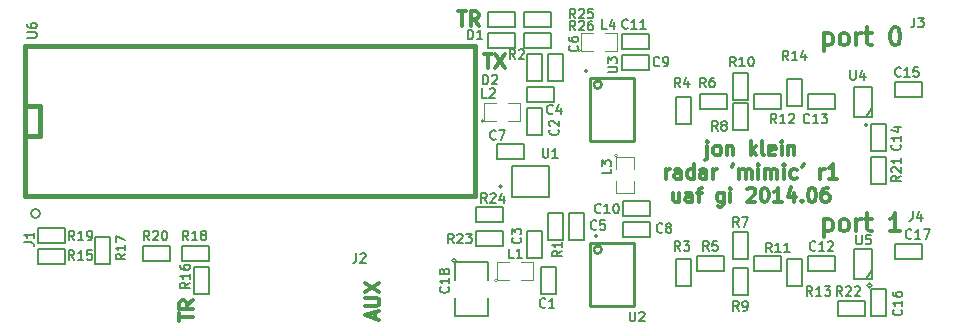
<source format=gto>
%FSLAX34Y34*%
G04 Gerber Fmt 3.4, Leading zero omitted, Abs format*
G04 (created by PCBNEW (2014-03-19 BZR 4756)-product) date Thu 19 Jun 2014 10:11:17 PM AKDT*
%MOIN*%
G01*
G70*
G90*
G04 APERTURE LIST*
%ADD10C,0.005906*%
%ADD11C,0.007874*%
%ADD12C,0.011811*%
%ADD13C,0.005000*%
%ADD14C,0.010000*%
%ADD15C,0.015000*%
%ADD16C,0.003900*%
G04 APERTURE END LIST*
G54D10*
G54D11*
X61600Y-31475D02*
G75*
G03X61600Y-31475I-50J0D01*
G74*
G01*
X46200Y-32375D02*
G75*
G03X46200Y-32375I-150J0D01*
G74*
G01*
X64450Y-27625D02*
G75*
G03X64450Y-27625I-50J0D01*
G74*
G01*
X64800Y-33125D02*
G75*
G03X64800Y-33125I-50J0D01*
G74*
G01*
X73920Y-34775D02*
G75*
G03X73920Y-34775I-70J0D01*
G74*
G01*
X73800Y-29425D02*
G75*
G03X73800Y-29425I-50J0D01*
G74*
G01*
G54D12*
X57378Y-35884D02*
X57378Y-35659D01*
X57513Y-35929D02*
X57041Y-35772D01*
X57513Y-35614D01*
X57041Y-35457D02*
X57423Y-35457D01*
X57468Y-35434D01*
X57491Y-35412D01*
X57513Y-35367D01*
X57513Y-35277D01*
X57491Y-35232D01*
X57468Y-35210D01*
X57423Y-35187D01*
X57041Y-35187D01*
X57041Y-35007D02*
X57513Y-34692D01*
X57041Y-34692D02*
X57513Y-35007D01*
X50841Y-35971D02*
X50841Y-35701D01*
X51313Y-35836D02*
X50841Y-35836D01*
X51313Y-35273D02*
X51088Y-35431D01*
X51313Y-35543D02*
X50841Y-35543D01*
X50841Y-35363D01*
X50863Y-35318D01*
X50886Y-35296D01*
X50931Y-35273D01*
X50998Y-35273D01*
X51043Y-35296D01*
X51066Y-35318D01*
X51088Y-35363D01*
X51088Y-35543D01*
X60128Y-25641D02*
X60398Y-25641D01*
X60263Y-26113D02*
X60263Y-25641D01*
X60826Y-26113D02*
X60668Y-25888D01*
X60556Y-26113D02*
X60556Y-25641D01*
X60736Y-25641D01*
X60781Y-25663D01*
X60803Y-25686D01*
X60826Y-25731D01*
X60826Y-25798D01*
X60803Y-25843D01*
X60781Y-25866D01*
X60736Y-25888D01*
X60556Y-25888D01*
X60990Y-27066D02*
X61260Y-27066D01*
X61125Y-27538D02*
X61125Y-27066D01*
X61372Y-27066D02*
X61687Y-27538D01*
X61687Y-27066D02*
X61372Y-27538D01*
X72348Y-32573D02*
X72348Y-33164D01*
X72348Y-32601D02*
X72404Y-32573D01*
X72517Y-32573D01*
X72573Y-32601D01*
X72601Y-32629D01*
X72629Y-32685D01*
X72629Y-32854D01*
X72601Y-32910D01*
X72573Y-32939D01*
X72517Y-32967D01*
X72404Y-32967D01*
X72348Y-32939D01*
X72967Y-32967D02*
X72911Y-32939D01*
X72882Y-32910D01*
X72854Y-32854D01*
X72854Y-32685D01*
X72882Y-32629D01*
X72911Y-32601D01*
X72967Y-32573D01*
X73051Y-32573D01*
X73107Y-32601D01*
X73135Y-32629D01*
X73164Y-32685D01*
X73164Y-32854D01*
X73135Y-32910D01*
X73107Y-32939D01*
X73051Y-32967D01*
X72967Y-32967D01*
X73417Y-32967D02*
X73417Y-32573D01*
X73417Y-32685D02*
X73445Y-32629D01*
X73473Y-32601D01*
X73529Y-32573D01*
X73585Y-32573D01*
X73698Y-32573D02*
X73923Y-32573D01*
X73782Y-32376D02*
X73782Y-32882D01*
X73810Y-32939D01*
X73867Y-32967D01*
X73923Y-32967D01*
X74879Y-32967D02*
X74542Y-32967D01*
X74710Y-32967D02*
X74710Y-32376D01*
X74654Y-32460D01*
X74598Y-32517D01*
X74542Y-32545D01*
X72348Y-26373D02*
X72348Y-26964D01*
X72348Y-26401D02*
X72404Y-26373D01*
X72517Y-26373D01*
X72573Y-26401D01*
X72601Y-26429D01*
X72629Y-26485D01*
X72629Y-26654D01*
X72601Y-26710D01*
X72573Y-26739D01*
X72517Y-26767D01*
X72404Y-26767D01*
X72348Y-26739D01*
X72967Y-26767D02*
X72911Y-26739D01*
X72882Y-26710D01*
X72854Y-26654D01*
X72854Y-26485D01*
X72882Y-26429D01*
X72911Y-26401D01*
X72967Y-26373D01*
X73051Y-26373D01*
X73107Y-26401D01*
X73135Y-26429D01*
X73164Y-26485D01*
X73164Y-26654D01*
X73135Y-26710D01*
X73107Y-26739D01*
X73051Y-26767D01*
X72967Y-26767D01*
X73417Y-26767D02*
X73417Y-26373D01*
X73417Y-26485D02*
X73445Y-26429D01*
X73473Y-26401D01*
X73529Y-26373D01*
X73585Y-26373D01*
X73698Y-26373D02*
X73923Y-26373D01*
X73782Y-26176D02*
X73782Y-26682D01*
X73810Y-26739D01*
X73867Y-26767D01*
X73923Y-26767D01*
X74682Y-26176D02*
X74738Y-26176D01*
X74795Y-26204D01*
X74823Y-26232D01*
X74851Y-26289D01*
X74879Y-26401D01*
X74879Y-26542D01*
X74851Y-26654D01*
X74823Y-26710D01*
X74795Y-26739D01*
X74738Y-26767D01*
X74682Y-26767D01*
X74626Y-26739D01*
X74598Y-26710D01*
X74570Y-26654D01*
X74542Y-26542D01*
X74542Y-26401D01*
X74570Y-26289D01*
X74598Y-26232D01*
X74626Y-26204D01*
X74682Y-26176D01*
X68448Y-30119D02*
X68448Y-30524D01*
X68426Y-30569D01*
X68381Y-30591D01*
X68358Y-30591D01*
X68448Y-29961D02*
X68426Y-29984D01*
X68448Y-30006D01*
X68471Y-29984D01*
X68448Y-29961D01*
X68448Y-30006D01*
X68741Y-30434D02*
X68696Y-30411D01*
X68673Y-30389D01*
X68651Y-30344D01*
X68651Y-30209D01*
X68673Y-30164D01*
X68696Y-30141D01*
X68741Y-30119D01*
X68808Y-30119D01*
X68853Y-30141D01*
X68876Y-30164D01*
X68898Y-30209D01*
X68898Y-30344D01*
X68876Y-30389D01*
X68853Y-30411D01*
X68808Y-30434D01*
X68741Y-30434D01*
X69101Y-30119D02*
X69101Y-30434D01*
X69101Y-30164D02*
X69123Y-30141D01*
X69168Y-30119D01*
X69236Y-30119D01*
X69281Y-30141D01*
X69303Y-30186D01*
X69303Y-30434D01*
X69888Y-30434D02*
X69888Y-29961D01*
X69933Y-30254D02*
X70068Y-30434D01*
X70068Y-30119D02*
X69888Y-30299D01*
X70338Y-30434D02*
X70293Y-30411D01*
X70271Y-30366D01*
X70271Y-29961D01*
X70698Y-30411D02*
X70653Y-30434D01*
X70563Y-30434D01*
X70518Y-30411D01*
X70496Y-30366D01*
X70496Y-30186D01*
X70518Y-30141D01*
X70563Y-30119D01*
X70653Y-30119D01*
X70698Y-30141D01*
X70721Y-30186D01*
X70721Y-30231D01*
X70496Y-30276D01*
X70923Y-30434D02*
X70923Y-30119D01*
X70923Y-29961D02*
X70901Y-29984D01*
X70923Y-30006D01*
X70946Y-29984D01*
X70923Y-29961D01*
X70923Y-30006D01*
X71148Y-30119D02*
X71148Y-30434D01*
X71148Y-30164D02*
X71171Y-30141D01*
X71216Y-30119D01*
X71283Y-30119D01*
X71328Y-30141D01*
X71351Y-30186D01*
X71351Y-30434D01*
X67065Y-31213D02*
X67065Y-30898D01*
X67065Y-30988D02*
X67087Y-30943D01*
X67110Y-30921D01*
X67155Y-30898D01*
X67200Y-30898D01*
X67560Y-31213D02*
X67560Y-30966D01*
X67537Y-30921D01*
X67492Y-30898D01*
X67402Y-30898D01*
X67357Y-30921D01*
X67560Y-31191D02*
X67515Y-31213D01*
X67402Y-31213D01*
X67357Y-31191D01*
X67335Y-31146D01*
X67335Y-31101D01*
X67357Y-31056D01*
X67402Y-31033D01*
X67515Y-31033D01*
X67560Y-31011D01*
X67987Y-31213D02*
X67987Y-30741D01*
X67987Y-31191D02*
X67942Y-31213D01*
X67852Y-31213D01*
X67807Y-31191D01*
X67785Y-31168D01*
X67762Y-31123D01*
X67762Y-30988D01*
X67785Y-30943D01*
X67807Y-30921D01*
X67852Y-30898D01*
X67942Y-30898D01*
X67987Y-30921D01*
X68415Y-31213D02*
X68415Y-30966D01*
X68392Y-30921D01*
X68347Y-30898D01*
X68257Y-30898D01*
X68212Y-30921D01*
X68415Y-31191D02*
X68370Y-31213D01*
X68257Y-31213D01*
X68212Y-31191D01*
X68190Y-31146D01*
X68190Y-31101D01*
X68212Y-31056D01*
X68257Y-31033D01*
X68370Y-31033D01*
X68415Y-31011D01*
X68640Y-31213D02*
X68640Y-30898D01*
X68640Y-30988D02*
X68662Y-30943D01*
X68685Y-30921D01*
X68730Y-30898D01*
X68775Y-30898D01*
X69315Y-30741D02*
X69270Y-30831D01*
X69517Y-31213D02*
X69517Y-30898D01*
X69517Y-30943D02*
X69540Y-30921D01*
X69585Y-30898D01*
X69652Y-30898D01*
X69697Y-30921D01*
X69720Y-30966D01*
X69720Y-31213D01*
X69720Y-30966D02*
X69742Y-30921D01*
X69787Y-30898D01*
X69855Y-30898D01*
X69900Y-30921D01*
X69922Y-30966D01*
X69922Y-31213D01*
X70147Y-31213D02*
X70147Y-30898D01*
X70147Y-30741D02*
X70124Y-30763D01*
X70147Y-30786D01*
X70169Y-30763D01*
X70147Y-30741D01*
X70147Y-30786D01*
X70372Y-31213D02*
X70372Y-30898D01*
X70372Y-30943D02*
X70394Y-30921D01*
X70439Y-30898D01*
X70507Y-30898D01*
X70552Y-30921D01*
X70574Y-30966D01*
X70574Y-31213D01*
X70574Y-30966D02*
X70597Y-30921D01*
X70642Y-30898D01*
X70709Y-30898D01*
X70754Y-30921D01*
X70777Y-30966D01*
X70777Y-31213D01*
X71002Y-31213D02*
X71002Y-30898D01*
X71002Y-30741D02*
X70979Y-30763D01*
X71002Y-30786D01*
X71024Y-30763D01*
X71002Y-30741D01*
X71002Y-30786D01*
X71429Y-31191D02*
X71384Y-31213D01*
X71294Y-31213D01*
X71249Y-31191D01*
X71227Y-31168D01*
X71204Y-31123D01*
X71204Y-30988D01*
X71227Y-30943D01*
X71249Y-30921D01*
X71294Y-30898D01*
X71384Y-30898D01*
X71429Y-30921D01*
X71654Y-30741D02*
X71609Y-30831D01*
X72217Y-31213D02*
X72217Y-30898D01*
X72217Y-30988D02*
X72239Y-30943D01*
X72262Y-30921D01*
X72307Y-30898D01*
X72352Y-30898D01*
X72757Y-31213D02*
X72487Y-31213D01*
X72622Y-31213D02*
X72622Y-30741D01*
X72577Y-30808D01*
X72532Y-30853D01*
X72487Y-30876D01*
X67504Y-31678D02*
X67504Y-31993D01*
X67301Y-31678D02*
X67301Y-31925D01*
X67324Y-31970D01*
X67369Y-31993D01*
X67436Y-31993D01*
X67481Y-31970D01*
X67504Y-31948D01*
X67931Y-31993D02*
X67931Y-31745D01*
X67908Y-31700D01*
X67864Y-31678D01*
X67774Y-31678D01*
X67729Y-31700D01*
X67931Y-31970D02*
X67886Y-31993D01*
X67774Y-31993D01*
X67729Y-31970D01*
X67706Y-31925D01*
X67706Y-31880D01*
X67729Y-31835D01*
X67774Y-31813D01*
X67886Y-31813D01*
X67931Y-31790D01*
X68088Y-31678D02*
X68268Y-31678D01*
X68156Y-31993D02*
X68156Y-31588D01*
X68178Y-31543D01*
X68223Y-31520D01*
X68268Y-31520D01*
X68988Y-31678D02*
X68988Y-32060D01*
X68966Y-32105D01*
X68943Y-32128D01*
X68898Y-32150D01*
X68831Y-32150D01*
X68786Y-32128D01*
X68988Y-31970D02*
X68943Y-31993D01*
X68853Y-31993D01*
X68808Y-31970D01*
X68786Y-31948D01*
X68763Y-31903D01*
X68763Y-31768D01*
X68786Y-31723D01*
X68808Y-31700D01*
X68853Y-31678D01*
X68943Y-31678D01*
X68988Y-31700D01*
X69213Y-31993D02*
X69213Y-31678D01*
X69213Y-31520D02*
X69191Y-31543D01*
X69213Y-31565D01*
X69236Y-31543D01*
X69213Y-31520D01*
X69213Y-31565D01*
X69776Y-31565D02*
X69798Y-31543D01*
X69843Y-31520D01*
X69956Y-31520D01*
X70001Y-31543D01*
X70023Y-31565D01*
X70046Y-31610D01*
X70046Y-31655D01*
X70023Y-31723D01*
X69753Y-31993D01*
X70046Y-31993D01*
X70338Y-31520D02*
X70383Y-31520D01*
X70428Y-31543D01*
X70451Y-31565D01*
X70473Y-31610D01*
X70496Y-31700D01*
X70496Y-31813D01*
X70473Y-31903D01*
X70451Y-31948D01*
X70428Y-31970D01*
X70383Y-31993D01*
X70338Y-31993D01*
X70293Y-31970D01*
X70271Y-31948D01*
X70248Y-31903D01*
X70226Y-31813D01*
X70226Y-31700D01*
X70248Y-31610D01*
X70271Y-31565D01*
X70293Y-31543D01*
X70338Y-31520D01*
X70946Y-31993D02*
X70676Y-31993D01*
X70811Y-31993D02*
X70811Y-31520D01*
X70766Y-31588D01*
X70721Y-31633D01*
X70676Y-31655D01*
X71351Y-31678D02*
X71351Y-31993D01*
X71238Y-31498D02*
X71126Y-31835D01*
X71418Y-31835D01*
X71598Y-31948D02*
X71621Y-31970D01*
X71598Y-31993D01*
X71576Y-31970D01*
X71598Y-31948D01*
X71598Y-31993D01*
X71913Y-31520D02*
X71958Y-31520D01*
X72003Y-31543D01*
X72025Y-31565D01*
X72048Y-31610D01*
X72070Y-31700D01*
X72070Y-31813D01*
X72048Y-31903D01*
X72025Y-31948D01*
X72003Y-31970D01*
X71958Y-31993D01*
X71913Y-31993D01*
X71868Y-31970D01*
X71846Y-31948D01*
X71823Y-31903D01*
X71801Y-31813D01*
X71801Y-31700D01*
X71823Y-31610D01*
X71846Y-31565D01*
X71868Y-31543D01*
X71913Y-31520D01*
X72475Y-31520D02*
X72385Y-31520D01*
X72340Y-31543D01*
X72318Y-31565D01*
X72273Y-31633D01*
X72250Y-31723D01*
X72250Y-31903D01*
X72273Y-31948D01*
X72295Y-31970D01*
X72340Y-31993D01*
X72430Y-31993D01*
X72475Y-31970D01*
X72498Y-31948D01*
X72520Y-31903D01*
X72520Y-31790D01*
X72498Y-31745D01*
X72475Y-31723D01*
X72430Y-31700D01*
X72340Y-31700D01*
X72295Y-31723D01*
X72273Y-31745D01*
X72250Y-31790D01*
G54D10*
X61920Y-30788D02*
X63179Y-30788D01*
X63179Y-30788D02*
X63179Y-31811D01*
X63179Y-31811D02*
X61920Y-31811D01*
X61920Y-31811D02*
X61920Y-30788D01*
G54D13*
X63400Y-34150D02*
X63400Y-35050D01*
X63400Y-35050D02*
X62900Y-35050D01*
X62900Y-35050D02*
X62900Y-34150D01*
X62900Y-34150D02*
X63400Y-34150D01*
X62950Y-28850D02*
X62950Y-29750D01*
X62950Y-29750D02*
X62450Y-29750D01*
X62450Y-29750D02*
X62450Y-28850D01*
X62450Y-28850D02*
X62950Y-28850D01*
X62450Y-33850D02*
X62450Y-32950D01*
X62450Y-32950D02*
X62950Y-32950D01*
X62950Y-32950D02*
X62950Y-33850D01*
X62950Y-33850D02*
X62450Y-33850D01*
X63350Y-28650D02*
X62450Y-28650D01*
X62450Y-28650D02*
X62450Y-28150D01*
X62450Y-28150D02*
X63350Y-28150D01*
X63350Y-28150D02*
X63350Y-28650D01*
X63850Y-33250D02*
X63850Y-32350D01*
X63850Y-32350D02*
X64350Y-32350D01*
X64350Y-32350D02*
X64350Y-33250D01*
X64350Y-33250D02*
X63850Y-33250D01*
X63150Y-27950D02*
X63150Y-27050D01*
X63150Y-27050D02*
X63650Y-27050D01*
X63650Y-27050D02*
X63650Y-27950D01*
X63650Y-27950D02*
X63150Y-27950D01*
X61450Y-30050D02*
X62350Y-30050D01*
X62350Y-30050D02*
X62350Y-30550D01*
X62350Y-30550D02*
X61450Y-30550D01*
X61450Y-30550D02*
X61450Y-30050D01*
X65650Y-32650D02*
X66550Y-32650D01*
X66550Y-32650D02*
X66550Y-33150D01*
X66550Y-33150D02*
X65650Y-33150D01*
X65650Y-33150D02*
X65650Y-32650D01*
X65600Y-27100D02*
X66500Y-27100D01*
X66500Y-27100D02*
X66500Y-27600D01*
X66500Y-27600D02*
X65600Y-27600D01*
X65600Y-27600D02*
X65600Y-27100D01*
X65650Y-31950D02*
X66550Y-31950D01*
X66550Y-31950D02*
X66550Y-32450D01*
X66550Y-32450D02*
X65650Y-32450D01*
X65650Y-32450D02*
X65650Y-31950D01*
X65600Y-26400D02*
X66500Y-26400D01*
X66500Y-26400D02*
X66500Y-26900D01*
X66500Y-26900D02*
X65600Y-26900D01*
X65600Y-26900D02*
X65600Y-26400D01*
X72700Y-34300D02*
X71800Y-34300D01*
X71800Y-34300D02*
X71800Y-33800D01*
X71800Y-33800D02*
X72700Y-33800D01*
X72700Y-33800D02*
X72700Y-34300D01*
X72700Y-28900D02*
X71800Y-28900D01*
X71800Y-28900D02*
X71800Y-28400D01*
X71800Y-28400D02*
X72700Y-28400D01*
X72700Y-28400D02*
X72700Y-28900D01*
X74400Y-29400D02*
X74400Y-30300D01*
X74400Y-30300D02*
X73900Y-30300D01*
X73900Y-30300D02*
X73900Y-29400D01*
X73900Y-29400D02*
X74400Y-29400D01*
X75600Y-28500D02*
X74700Y-28500D01*
X74700Y-28500D02*
X74700Y-28000D01*
X74700Y-28000D02*
X75600Y-28000D01*
X75600Y-28000D02*
X75600Y-28500D01*
X74400Y-34900D02*
X74400Y-35800D01*
X74400Y-35800D02*
X73900Y-35800D01*
X73900Y-35800D02*
X73900Y-34900D01*
X73900Y-34900D02*
X74400Y-34900D01*
X75600Y-33900D02*
X74700Y-33900D01*
X74700Y-33900D02*
X74700Y-33400D01*
X74700Y-33400D02*
X75600Y-33400D01*
X75600Y-33400D02*
X75600Y-33900D01*
X60070Y-33950D02*
G75*
G03X60070Y-33950I-70J0D01*
G74*
G01*
X61150Y-34600D02*
X61150Y-34000D01*
X61150Y-34000D02*
X60050Y-34000D01*
X60050Y-34000D02*
X60050Y-34600D01*
X60050Y-35200D02*
X60050Y-35800D01*
X60050Y-35800D02*
X61150Y-35800D01*
X61150Y-35800D02*
X61150Y-35200D01*
X61150Y-25650D02*
X62050Y-25650D01*
X62050Y-25650D02*
X62050Y-26150D01*
X62050Y-26150D02*
X61150Y-26150D01*
X61150Y-26150D02*
X61150Y-25650D01*
X61150Y-26350D02*
X62050Y-26350D01*
X62050Y-26350D02*
X62050Y-26850D01*
X62050Y-26850D02*
X61150Y-26850D01*
X61150Y-26850D02*
X61150Y-26350D01*
X63150Y-33250D02*
X63150Y-32350D01*
X63150Y-32350D02*
X63650Y-32350D01*
X63650Y-32350D02*
X63650Y-33250D01*
X63650Y-33250D02*
X63150Y-33250D01*
X62450Y-27950D02*
X62450Y-27050D01*
X62450Y-27050D02*
X62950Y-27050D01*
X62950Y-27050D02*
X62950Y-27950D01*
X62950Y-27950D02*
X62450Y-27950D01*
X67900Y-33900D02*
X67900Y-34800D01*
X67900Y-34800D02*
X67400Y-34800D01*
X67400Y-34800D02*
X67400Y-33900D01*
X67400Y-33900D02*
X67900Y-33900D01*
X67900Y-28500D02*
X67900Y-29400D01*
X67900Y-29400D02*
X67400Y-29400D01*
X67400Y-29400D02*
X67400Y-28500D01*
X67400Y-28500D02*
X67900Y-28500D01*
X69000Y-34300D02*
X68100Y-34300D01*
X68100Y-34300D02*
X68100Y-33800D01*
X68100Y-33800D02*
X69000Y-33800D01*
X69000Y-33800D02*
X69000Y-34300D01*
X69100Y-28900D02*
X68200Y-28900D01*
X68200Y-28900D02*
X68200Y-28400D01*
X68200Y-28400D02*
X69100Y-28400D01*
X69100Y-28400D02*
X69100Y-28900D01*
X69300Y-33900D02*
X69300Y-33000D01*
X69300Y-33000D02*
X69800Y-33000D01*
X69800Y-33000D02*
X69800Y-33900D01*
X69800Y-33900D02*
X69300Y-33900D01*
X69800Y-28700D02*
X69800Y-29600D01*
X69800Y-29600D02*
X69300Y-29600D01*
X69300Y-29600D02*
X69300Y-28700D01*
X69300Y-28700D02*
X69800Y-28700D01*
X69300Y-35100D02*
X69300Y-34200D01*
X69300Y-34200D02*
X69800Y-34200D01*
X69800Y-34200D02*
X69800Y-35100D01*
X69800Y-35100D02*
X69300Y-35100D01*
X69800Y-27700D02*
X69800Y-28600D01*
X69800Y-28600D02*
X69300Y-28600D01*
X69300Y-28600D02*
X69300Y-27700D01*
X69300Y-27700D02*
X69800Y-27700D01*
X70900Y-34300D02*
X70000Y-34300D01*
X70000Y-34300D02*
X70000Y-33800D01*
X70000Y-33800D02*
X70900Y-33800D01*
X70900Y-33800D02*
X70900Y-34300D01*
X70900Y-28900D02*
X70000Y-28900D01*
X70000Y-28900D02*
X70000Y-28400D01*
X70000Y-28400D02*
X70900Y-28400D01*
X70900Y-28400D02*
X70900Y-28900D01*
X71100Y-34800D02*
X71100Y-33900D01*
X71100Y-33900D02*
X71600Y-33900D01*
X71600Y-33900D02*
X71600Y-34800D01*
X71600Y-34800D02*
X71100Y-34800D01*
X71600Y-27900D02*
X71600Y-28800D01*
X71600Y-28800D02*
X71100Y-28800D01*
X71100Y-28800D02*
X71100Y-27900D01*
X71100Y-27900D02*
X71600Y-27900D01*
X46150Y-33550D02*
X47050Y-33550D01*
X47050Y-33550D02*
X47050Y-34050D01*
X47050Y-34050D02*
X46150Y-34050D01*
X46150Y-34050D02*
X46150Y-33550D01*
X51350Y-35050D02*
X51350Y-34150D01*
X51350Y-34150D02*
X51850Y-34150D01*
X51850Y-34150D02*
X51850Y-35050D01*
X51850Y-35050D02*
X51350Y-35050D01*
X48550Y-33150D02*
X48550Y-34050D01*
X48550Y-34050D02*
X48050Y-34050D01*
X48050Y-34050D02*
X48050Y-33150D01*
X48050Y-33150D02*
X48550Y-33150D01*
X50950Y-33450D02*
X51850Y-33450D01*
X51850Y-33450D02*
X51850Y-33950D01*
X51850Y-33950D02*
X50950Y-33950D01*
X50950Y-33950D02*
X50950Y-33450D01*
X46150Y-32850D02*
X47050Y-32850D01*
X47050Y-32850D02*
X47050Y-33350D01*
X47050Y-33350D02*
X46150Y-33350D01*
X46150Y-33350D02*
X46150Y-32850D01*
X49650Y-33450D02*
X50550Y-33450D01*
X50550Y-33450D02*
X50550Y-33950D01*
X50550Y-33950D02*
X49650Y-33950D01*
X49650Y-33950D02*
X49650Y-33450D01*
X74400Y-30500D02*
X74400Y-31400D01*
X74400Y-31400D02*
X73900Y-31400D01*
X73900Y-31400D02*
X73900Y-30500D01*
X73900Y-30500D02*
X74400Y-30500D01*
X73700Y-35800D02*
X72800Y-35800D01*
X72800Y-35800D02*
X72800Y-35300D01*
X72800Y-35300D02*
X73700Y-35300D01*
X73700Y-35300D02*
X73700Y-35800D01*
X60750Y-32950D02*
X61650Y-32950D01*
X61650Y-32950D02*
X61650Y-33450D01*
X61650Y-33450D02*
X60750Y-33450D01*
X60750Y-33450D02*
X60750Y-32950D01*
X60750Y-32150D02*
X61650Y-32150D01*
X61650Y-32150D02*
X61650Y-32650D01*
X61650Y-32650D02*
X60750Y-32650D01*
X60750Y-32650D02*
X60750Y-32150D01*
X63250Y-26150D02*
X62350Y-26150D01*
X62350Y-26150D02*
X62350Y-25650D01*
X62350Y-25650D02*
X63250Y-25650D01*
X63250Y-25650D02*
X63250Y-26150D01*
X63250Y-26850D02*
X62350Y-26850D01*
X62350Y-26850D02*
X62350Y-26350D01*
X62350Y-26350D02*
X63250Y-26350D01*
X63250Y-26350D02*
X63250Y-26850D01*
G54D14*
X66000Y-33350D02*
X66000Y-35450D01*
X66000Y-35450D02*
X64550Y-35450D01*
X64550Y-35450D02*
X64550Y-33350D01*
X64550Y-33350D02*
X66000Y-33350D01*
X64922Y-33583D02*
G75*
G03X64922Y-33583I-128J0D01*
G74*
G01*
X66000Y-27850D02*
X66000Y-29950D01*
X66000Y-29950D02*
X64550Y-29950D01*
X64550Y-29950D02*
X64550Y-27850D01*
X64550Y-27850D02*
X66000Y-27850D01*
X64922Y-28083D02*
G75*
G03X64922Y-28083I-128J0D01*
G74*
G01*
G54D13*
X73950Y-28850D02*
X73750Y-29150D01*
X73950Y-28150D02*
X73950Y-29175D01*
X73950Y-29175D02*
X73350Y-29175D01*
X73350Y-29175D02*
X73350Y-28150D01*
X73350Y-28150D02*
X73950Y-28150D01*
X73950Y-34250D02*
X73750Y-34550D01*
X73950Y-33550D02*
X73950Y-34575D01*
X73950Y-34575D02*
X73350Y-34575D01*
X73350Y-34575D02*
X73350Y-33550D01*
X73350Y-33550D02*
X73950Y-33550D01*
G54D15*
X45700Y-28800D02*
X45700Y-28800D01*
X45700Y-28800D02*
X46200Y-28800D01*
X46200Y-28800D02*
X46200Y-29800D01*
X46200Y-29800D02*
X45700Y-29800D01*
X45700Y-26800D02*
X60700Y-26800D01*
X60700Y-26800D02*
X60700Y-31800D01*
X60700Y-31800D02*
X45700Y-31800D01*
X45700Y-31800D02*
X45700Y-26800D01*
G54D16*
X61450Y-34600D02*
G75*
G03X61450Y-34600I-50J0D01*
G74*
G01*
X61850Y-34600D02*
X61450Y-34600D01*
X61450Y-34600D02*
X61450Y-34000D01*
X61450Y-34000D02*
X61850Y-34000D01*
X62250Y-34000D02*
X62650Y-34000D01*
X62650Y-34000D02*
X62650Y-34600D01*
X62650Y-34600D02*
X62250Y-34600D01*
X61000Y-29300D02*
G75*
G03X61000Y-29300I-50J0D01*
G74*
G01*
X61400Y-29300D02*
X61000Y-29300D01*
X61000Y-29300D02*
X61000Y-28700D01*
X61000Y-28700D02*
X61400Y-28700D01*
X61800Y-28700D02*
X62200Y-28700D01*
X62200Y-28700D02*
X62200Y-29300D01*
X62200Y-29300D02*
X61800Y-29300D01*
X65450Y-30450D02*
G75*
G03X65450Y-30450I-50J0D01*
G74*
G01*
X65400Y-30900D02*
X65400Y-30500D01*
X65400Y-30500D02*
X66000Y-30500D01*
X66000Y-30500D02*
X66000Y-30900D01*
X66000Y-31300D02*
X66000Y-31700D01*
X66000Y-31700D02*
X65400Y-31700D01*
X65400Y-31700D02*
X65400Y-31300D01*
X64225Y-26950D02*
G75*
G03X64225Y-26950I-50J0D01*
G74*
G01*
X64625Y-26950D02*
X64225Y-26950D01*
X64225Y-26950D02*
X64225Y-26350D01*
X64225Y-26350D02*
X64625Y-26350D01*
X65025Y-26350D02*
X65425Y-26350D01*
X65425Y-26350D02*
X65425Y-26950D01*
X65425Y-26950D02*
X65025Y-26950D01*
G54D10*
X62960Y-30202D02*
X62960Y-30457D01*
X62975Y-30487D01*
X62990Y-30502D01*
X63020Y-30517D01*
X63080Y-30517D01*
X63110Y-30502D01*
X63125Y-30487D01*
X63140Y-30457D01*
X63140Y-30202D01*
X63454Y-30517D02*
X63274Y-30517D01*
X63364Y-30517D02*
X63364Y-30202D01*
X63334Y-30247D01*
X63304Y-30277D01*
X63274Y-30292D01*
X63047Y-35487D02*
X63032Y-35502D01*
X62987Y-35517D01*
X62957Y-35517D01*
X62912Y-35502D01*
X62882Y-35472D01*
X62867Y-35442D01*
X62852Y-35382D01*
X62852Y-35337D01*
X62867Y-35277D01*
X62882Y-35247D01*
X62912Y-35217D01*
X62957Y-35202D01*
X62987Y-35202D01*
X63032Y-35217D01*
X63047Y-35232D01*
X63347Y-35517D02*
X63167Y-35517D01*
X63257Y-35517D02*
X63257Y-35202D01*
X63227Y-35247D01*
X63197Y-35277D01*
X63167Y-35292D01*
X63462Y-29577D02*
X63477Y-29592D01*
X63492Y-29637D01*
X63492Y-29667D01*
X63477Y-29712D01*
X63447Y-29742D01*
X63417Y-29757D01*
X63357Y-29772D01*
X63312Y-29772D01*
X63252Y-29757D01*
X63222Y-29742D01*
X63192Y-29712D01*
X63177Y-29667D01*
X63177Y-29637D01*
X63192Y-29592D01*
X63207Y-29577D01*
X63207Y-29457D02*
X63192Y-29442D01*
X63177Y-29412D01*
X63177Y-29337D01*
X63192Y-29307D01*
X63207Y-29292D01*
X63237Y-29277D01*
X63267Y-29277D01*
X63312Y-29292D01*
X63492Y-29472D01*
X63492Y-29277D01*
X62212Y-33177D02*
X62227Y-33192D01*
X62242Y-33237D01*
X62242Y-33267D01*
X62227Y-33312D01*
X62197Y-33342D01*
X62167Y-33357D01*
X62107Y-33372D01*
X62062Y-33372D01*
X62002Y-33357D01*
X61972Y-33342D01*
X61942Y-33312D01*
X61927Y-33267D01*
X61927Y-33237D01*
X61942Y-33192D01*
X61957Y-33177D01*
X61927Y-33072D02*
X61927Y-32877D01*
X62047Y-32982D01*
X62047Y-32937D01*
X62062Y-32907D01*
X62077Y-32892D01*
X62107Y-32877D01*
X62182Y-32877D01*
X62212Y-32892D01*
X62227Y-32907D01*
X62242Y-32937D01*
X62242Y-33027D01*
X62227Y-33057D01*
X62212Y-33072D01*
X63297Y-29037D02*
X63282Y-29052D01*
X63237Y-29067D01*
X63207Y-29067D01*
X63162Y-29052D01*
X63132Y-29022D01*
X63117Y-28992D01*
X63102Y-28932D01*
X63102Y-28887D01*
X63117Y-28827D01*
X63132Y-28797D01*
X63162Y-28767D01*
X63207Y-28752D01*
X63237Y-28752D01*
X63282Y-28767D01*
X63297Y-28782D01*
X63567Y-28857D02*
X63567Y-29067D01*
X63492Y-28737D02*
X63417Y-28962D01*
X63612Y-28962D01*
X64747Y-32887D02*
X64732Y-32902D01*
X64687Y-32917D01*
X64657Y-32917D01*
X64612Y-32902D01*
X64582Y-32872D01*
X64567Y-32842D01*
X64552Y-32782D01*
X64552Y-32737D01*
X64567Y-32677D01*
X64582Y-32647D01*
X64612Y-32617D01*
X64657Y-32602D01*
X64687Y-32602D01*
X64732Y-32617D01*
X64747Y-32632D01*
X65032Y-32602D02*
X64882Y-32602D01*
X64867Y-32752D01*
X64882Y-32737D01*
X64912Y-32722D01*
X64987Y-32722D01*
X65017Y-32737D01*
X65032Y-32752D01*
X65047Y-32782D01*
X65047Y-32857D01*
X65032Y-32887D01*
X65017Y-32902D01*
X64987Y-32917D01*
X64912Y-32917D01*
X64882Y-32902D01*
X64867Y-32887D01*
X64112Y-26777D02*
X64127Y-26792D01*
X64142Y-26837D01*
X64142Y-26867D01*
X64127Y-26912D01*
X64097Y-26942D01*
X64067Y-26957D01*
X64007Y-26972D01*
X63962Y-26972D01*
X63902Y-26957D01*
X63872Y-26942D01*
X63842Y-26912D01*
X63827Y-26867D01*
X63827Y-26837D01*
X63842Y-26792D01*
X63857Y-26777D01*
X63827Y-26507D02*
X63827Y-26567D01*
X63842Y-26597D01*
X63857Y-26612D01*
X63902Y-26642D01*
X63962Y-26657D01*
X64082Y-26657D01*
X64112Y-26642D01*
X64127Y-26627D01*
X64142Y-26597D01*
X64142Y-26537D01*
X64127Y-26507D01*
X64112Y-26492D01*
X64082Y-26477D01*
X64007Y-26477D01*
X63977Y-26492D01*
X63962Y-26507D01*
X63947Y-26537D01*
X63947Y-26597D01*
X63962Y-26627D01*
X63977Y-26642D01*
X64007Y-26657D01*
X61397Y-29887D02*
X61382Y-29902D01*
X61337Y-29917D01*
X61307Y-29917D01*
X61262Y-29902D01*
X61232Y-29872D01*
X61217Y-29842D01*
X61202Y-29782D01*
X61202Y-29737D01*
X61217Y-29677D01*
X61232Y-29647D01*
X61262Y-29617D01*
X61307Y-29602D01*
X61337Y-29602D01*
X61382Y-29617D01*
X61397Y-29632D01*
X61502Y-29602D02*
X61712Y-29602D01*
X61577Y-29917D01*
X66947Y-32987D02*
X66932Y-33002D01*
X66887Y-33017D01*
X66857Y-33017D01*
X66812Y-33002D01*
X66782Y-32972D01*
X66767Y-32942D01*
X66752Y-32882D01*
X66752Y-32837D01*
X66767Y-32777D01*
X66782Y-32747D01*
X66812Y-32717D01*
X66857Y-32702D01*
X66887Y-32702D01*
X66932Y-32717D01*
X66947Y-32732D01*
X67127Y-32837D02*
X67097Y-32822D01*
X67082Y-32807D01*
X67067Y-32777D01*
X67067Y-32762D01*
X67082Y-32732D01*
X67097Y-32717D01*
X67127Y-32702D01*
X67187Y-32702D01*
X67217Y-32717D01*
X67232Y-32732D01*
X67247Y-32762D01*
X67247Y-32777D01*
X67232Y-32807D01*
X67217Y-32822D01*
X67187Y-32837D01*
X67127Y-32837D01*
X67097Y-32852D01*
X67082Y-32867D01*
X67067Y-32897D01*
X67067Y-32957D01*
X67082Y-32987D01*
X67097Y-33002D01*
X67127Y-33017D01*
X67187Y-33017D01*
X67217Y-33002D01*
X67232Y-32987D01*
X67247Y-32957D01*
X67247Y-32897D01*
X67232Y-32867D01*
X67217Y-32852D01*
X67187Y-32837D01*
X66847Y-27437D02*
X66832Y-27452D01*
X66787Y-27467D01*
X66757Y-27467D01*
X66712Y-27452D01*
X66682Y-27422D01*
X66667Y-27392D01*
X66652Y-27332D01*
X66652Y-27287D01*
X66667Y-27227D01*
X66682Y-27197D01*
X66712Y-27167D01*
X66757Y-27152D01*
X66787Y-27152D01*
X66832Y-27167D01*
X66847Y-27182D01*
X66997Y-27467D02*
X67057Y-27467D01*
X67087Y-27452D01*
X67102Y-27437D01*
X67132Y-27392D01*
X67147Y-27332D01*
X67147Y-27212D01*
X67132Y-27182D01*
X67117Y-27167D01*
X67087Y-27152D01*
X67027Y-27152D01*
X66997Y-27167D01*
X66982Y-27182D01*
X66967Y-27212D01*
X66967Y-27287D01*
X66982Y-27317D01*
X66997Y-27332D01*
X67027Y-27347D01*
X67087Y-27347D01*
X67117Y-27332D01*
X67132Y-27317D01*
X67147Y-27287D01*
X64897Y-32337D02*
X64882Y-32352D01*
X64837Y-32367D01*
X64807Y-32367D01*
X64762Y-32352D01*
X64732Y-32322D01*
X64717Y-32292D01*
X64702Y-32232D01*
X64702Y-32187D01*
X64717Y-32127D01*
X64732Y-32097D01*
X64762Y-32067D01*
X64807Y-32052D01*
X64837Y-32052D01*
X64882Y-32067D01*
X64897Y-32082D01*
X65197Y-32367D02*
X65017Y-32367D01*
X65107Y-32367D02*
X65107Y-32052D01*
X65077Y-32097D01*
X65047Y-32127D01*
X65017Y-32142D01*
X65392Y-32052D02*
X65422Y-32052D01*
X65452Y-32067D01*
X65467Y-32082D01*
X65482Y-32112D01*
X65497Y-32172D01*
X65497Y-32247D01*
X65482Y-32307D01*
X65467Y-32337D01*
X65452Y-32352D01*
X65422Y-32367D01*
X65392Y-32367D01*
X65362Y-32352D01*
X65347Y-32337D01*
X65332Y-32307D01*
X65317Y-32247D01*
X65317Y-32172D01*
X65332Y-32112D01*
X65347Y-32082D01*
X65362Y-32067D01*
X65392Y-32052D01*
X65797Y-26187D02*
X65782Y-26202D01*
X65737Y-26217D01*
X65707Y-26217D01*
X65662Y-26202D01*
X65632Y-26172D01*
X65617Y-26142D01*
X65602Y-26082D01*
X65602Y-26037D01*
X65617Y-25977D01*
X65632Y-25947D01*
X65662Y-25917D01*
X65707Y-25902D01*
X65737Y-25902D01*
X65782Y-25917D01*
X65797Y-25932D01*
X66097Y-26217D02*
X65917Y-26217D01*
X66007Y-26217D02*
X66007Y-25902D01*
X65977Y-25947D01*
X65947Y-25977D01*
X65917Y-25992D01*
X66397Y-26217D02*
X66217Y-26217D01*
X66307Y-26217D02*
X66307Y-25902D01*
X66277Y-25947D01*
X66247Y-25977D01*
X66217Y-25992D01*
X72047Y-33587D02*
X72032Y-33602D01*
X71987Y-33617D01*
X71957Y-33617D01*
X71912Y-33602D01*
X71882Y-33572D01*
X71867Y-33542D01*
X71852Y-33482D01*
X71852Y-33437D01*
X71867Y-33377D01*
X71882Y-33347D01*
X71912Y-33317D01*
X71957Y-33302D01*
X71987Y-33302D01*
X72032Y-33317D01*
X72047Y-33332D01*
X72347Y-33617D02*
X72167Y-33617D01*
X72257Y-33617D02*
X72257Y-33302D01*
X72227Y-33347D01*
X72197Y-33377D01*
X72167Y-33392D01*
X72467Y-33332D02*
X72482Y-33317D01*
X72512Y-33302D01*
X72587Y-33302D01*
X72617Y-33317D01*
X72632Y-33332D01*
X72647Y-33362D01*
X72647Y-33392D01*
X72632Y-33437D01*
X72452Y-33617D01*
X72647Y-33617D01*
X71847Y-29337D02*
X71832Y-29352D01*
X71787Y-29367D01*
X71757Y-29367D01*
X71712Y-29352D01*
X71682Y-29322D01*
X71667Y-29292D01*
X71652Y-29232D01*
X71652Y-29187D01*
X71667Y-29127D01*
X71682Y-29097D01*
X71712Y-29067D01*
X71757Y-29052D01*
X71787Y-29052D01*
X71832Y-29067D01*
X71847Y-29082D01*
X72147Y-29367D02*
X71967Y-29367D01*
X72057Y-29367D02*
X72057Y-29052D01*
X72027Y-29097D01*
X71997Y-29127D01*
X71967Y-29142D01*
X72252Y-29052D02*
X72447Y-29052D01*
X72342Y-29172D01*
X72387Y-29172D01*
X72417Y-29187D01*
X72432Y-29202D01*
X72447Y-29232D01*
X72447Y-29307D01*
X72432Y-29337D01*
X72417Y-29352D01*
X72387Y-29367D01*
X72297Y-29367D01*
X72267Y-29352D01*
X72252Y-29337D01*
X74862Y-30077D02*
X74877Y-30092D01*
X74892Y-30137D01*
X74892Y-30167D01*
X74877Y-30212D01*
X74847Y-30242D01*
X74817Y-30257D01*
X74757Y-30272D01*
X74712Y-30272D01*
X74652Y-30257D01*
X74622Y-30242D01*
X74592Y-30212D01*
X74577Y-30167D01*
X74577Y-30137D01*
X74592Y-30092D01*
X74607Y-30077D01*
X74892Y-29777D02*
X74892Y-29957D01*
X74892Y-29867D02*
X74577Y-29867D01*
X74622Y-29897D01*
X74652Y-29927D01*
X74667Y-29957D01*
X74682Y-29507D02*
X74892Y-29507D01*
X74562Y-29582D02*
X74787Y-29657D01*
X74787Y-29462D01*
X74897Y-27787D02*
X74882Y-27802D01*
X74837Y-27817D01*
X74807Y-27817D01*
X74762Y-27802D01*
X74732Y-27772D01*
X74717Y-27742D01*
X74702Y-27682D01*
X74702Y-27637D01*
X74717Y-27577D01*
X74732Y-27547D01*
X74762Y-27517D01*
X74807Y-27502D01*
X74837Y-27502D01*
X74882Y-27517D01*
X74897Y-27532D01*
X75197Y-27817D02*
X75017Y-27817D01*
X75107Y-27817D02*
X75107Y-27502D01*
X75077Y-27547D01*
X75047Y-27577D01*
X75017Y-27592D01*
X75482Y-27502D02*
X75332Y-27502D01*
X75317Y-27652D01*
X75332Y-27637D01*
X75362Y-27622D01*
X75437Y-27622D01*
X75467Y-27637D01*
X75482Y-27652D01*
X75497Y-27682D01*
X75497Y-27757D01*
X75482Y-27787D01*
X75467Y-27802D01*
X75437Y-27817D01*
X75362Y-27817D01*
X75332Y-27802D01*
X75317Y-27787D01*
X74912Y-35577D02*
X74927Y-35592D01*
X74942Y-35637D01*
X74942Y-35667D01*
X74927Y-35712D01*
X74897Y-35742D01*
X74867Y-35757D01*
X74807Y-35772D01*
X74762Y-35772D01*
X74702Y-35757D01*
X74672Y-35742D01*
X74642Y-35712D01*
X74627Y-35667D01*
X74627Y-35637D01*
X74642Y-35592D01*
X74657Y-35577D01*
X74942Y-35277D02*
X74942Y-35457D01*
X74942Y-35367D02*
X74627Y-35367D01*
X74672Y-35397D01*
X74702Y-35427D01*
X74717Y-35457D01*
X74627Y-35007D02*
X74627Y-35067D01*
X74642Y-35097D01*
X74657Y-35112D01*
X74702Y-35142D01*
X74762Y-35157D01*
X74882Y-35157D01*
X74912Y-35142D01*
X74927Y-35127D01*
X74942Y-35097D01*
X74942Y-35037D01*
X74927Y-35007D01*
X74912Y-34992D01*
X74882Y-34977D01*
X74807Y-34977D01*
X74777Y-34992D01*
X74762Y-35007D01*
X74747Y-35037D01*
X74747Y-35097D01*
X74762Y-35127D01*
X74777Y-35142D01*
X74807Y-35157D01*
X75247Y-33187D02*
X75232Y-33202D01*
X75187Y-33217D01*
X75157Y-33217D01*
X75112Y-33202D01*
X75082Y-33172D01*
X75067Y-33142D01*
X75052Y-33082D01*
X75052Y-33037D01*
X75067Y-32977D01*
X75082Y-32947D01*
X75112Y-32917D01*
X75157Y-32902D01*
X75187Y-32902D01*
X75232Y-32917D01*
X75247Y-32932D01*
X75547Y-33217D02*
X75367Y-33217D01*
X75457Y-33217D02*
X75457Y-32902D01*
X75427Y-32947D01*
X75397Y-32977D01*
X75367Y-32992D01*
X75652Y-32902D02*
X75862Y-32902D01*
X75727Y-33217D01*
X59812Y-34827D02*
X59827Y-34842D01*
X59842Y-34887D01*
X59842Y-34917D01*
X59827Y-34962D01*
X59797Y-34992D01*
X59767Y-35007D01*
X59707Y-35022D01*
X59662Y-35022D01*
X59602Y-35007D01*
X59572Y-34992D01*
X59542Y-34962D01*
X59527Y-34917D01*
X59527Y-34887D01*
X59542Y-34842D01*
X59557Y-34827D01*
X59842Y-34527D02*
X59842Y-34707D01*
X59842Y-34617D02*
X59527Y-34617D01*
X59572Y-34647D01*
X59602Y-34677D01*
X59617Y-34707D01*
X59662Y-34347D02*
X59647Y-34377D01*
X59632Y-34392D01*
X59602Y-34407D01*
X59587Y-34407D01*
X59557Y-34392D01*
X59542Y-34377D01*
X59527Y-34347D01*
X59527Y-34287D01*
X59542Y-34257D01*
X59557Y-34242D01*
X59587Y-34227D01*
X59602Y-34227D01*
X59632Y-34242D01*
X59647Y-34257D01*
X59662Y-34287D01*
X59662Y-34347D01*
X59677Y-34377D01*
X59692Y-34392D01*
X59722Y-34407D01*
X59782Y-34407D01*
X59812Y-34392D01*
X59827Y-34377D01*
X59842Y-34347D01*
X59842Y-34287D01*
X59827Y-34257D01*
X59812Y-34242D01*
X59782Y-34227D01*
X59722Y-34227D01*
X59692Y-34242D01*
X59677Y-34257D01*
X59662Y-34287D01*
X60467Y-26567D02*
X60467Y-26252D01*
X60542Y-26252D01*
X60587Y-26267D01*
X60617Y-26297D01*
X60632Y-26327D01*
X60647Y-26387D01*
X60647Y-26432D01*
X60632Y-26492D01*
X60617Y-26522D01*
X60587Y-26552D01*
X60542Y-26567D01*
X60467Y-26567D01*
X60947Y-26567D02*
X60767Y-26567D01*
X60857Y-26567D02*
X60857Y-26252D01*
X60827Y-26297D01*
X60797Y-26327D01*
X60767Y-26342D01*
X60967Y-28067D02*
X60967Y-27752D01*
X61042Y-27752D01*
X61087Y-27767D01*
X61117Y-27797D01*
X61132Y-27827D01*
X61147Y-27887D01*
X61147Y-27932D01*
X61132Y-27992D01*
X61117Y-28022D01*
X61087Y-28052D01*
X61042Y-28067D01*
X60967Y-28067D01*
X61267Y-27782D02*
X61282Y-27767D01*
X61312Y-27752D01*
X61387Y-27752D01*
X61417Y-27767D01*
X61432Y-27782D01*
X61447Y-27812D01*
X61447Y-27842D01*
X61432Y-27887D01*
X61252Y-28067D01*
X61447Y-28067D01*
X63592Y-33627D02*
X63442Y-33732D01*
X63592Y-33807D02*
X63277Y-33807D01*
X63277Y-33687D01*
X63292Y-33657D01*
X63307Y-33642D01*
X63337Y-33627D01*
X63382Y-33627D01*
X63412Y-33642D01*
X63427Y-33657D01*
X63442Y-33687D01*
X63442Y-33807D01*
X63592Y-33327D02*
X63592Y-33507D01*
X63592Y-33417D02*
X63277Y-33417D01*
X63322Y-33447D01*
X63352Y-33477D01*
X63367Y-33507D01*
X62047Y-27217D02*
X61942Y-27067D01*
X61867Y-27217D02*
X61867Y-26902D01*
X61987Y-26902D01*
X62017Y-26917D01*
X62032Y-26932D01*
X62047Y-26962D01*
X62047Y-27007D01*
X62032Y-27037D01*
X62017Y-27052D01*
X61987Y-27067D01*
X61867Y-27067D01*
X62167Y-26932D02*
X62182Y-26917D01*
X62212Y-26902D01*
X62287Y-26902D01*
X62317Y-26917D01*
X62332Y-26932D01*
X62347Y-26962D01*
X62347Y-26992D01*
X62332Y-27037D01*
X62152Y-27217D01*
X62347Y-27217D01*
X67547Y-33617D02*
X67442Y-33467D01*
X67367Y-33617D02*
X67367Y-33302D01*
X67487Y-33302D01*
X67517Y-33317D01*
X67532Y-33332D01*
X67547Y-33362D01*
X67547Y-33407D01*
X67532Y-33437D01*
X67517Y-33452D01*
X67487Y-33467D01*
X67367Y-33467D01*
X67652Y-33302D02*
X67847Y-33302D01*
X67742Y-33422D01*
X67787Y-33422D01*
X67817Y-33437D01*
X67832Y-33452D01*
X67847Y-33482D01*
X67847Y-33557D01*
X67832Y-33587D01*
X67817Y-33602D01*
X67787Y-33617D01*
X67697Y-33617D01*
X67667Y-33602D01*
X67652Y-33587D01*
X67547Y-28167D02*
X67442Y-28017D01*
X67367Y-28167D02*
X67367Y-27852D01*
X67487Y-27852D01*
X67517Y-27867D01*
X67532Y-27882D01*
X67547Y-27912D01*
X67547Y-27957D01*
X67532Y-27987D01*
X67517Y-28002D01*
X67487Y-28017D01*
X67367Y-28017D01*
X67817Y-27957D02*
X67817Y-28167D01*
X67742Y-27837D02*
X67667Y-28062D01*
X67862Y-28062D01*
X68497Y-33617D02*
X68392Y-33467D01*
X68317Y-33617D02*
X68317Y-33302D01*
X68437Y-33302D01*
X68467Y-33317D01*
X68482Y-33332D01*
X68497Y-33362D01*
X68497Y-33407D01*
X68482Y-33437D01*
X68467Y-33452D01*
X68437Y-33467D01*
X68317Y-33467D01*
X68782Y-33302D02*
X68632Y-33302D01*
X68617Y-33452D01*
X68632Y-33437D01*
X68662Y-33422D01*
X68737Y-33422D01*
X68767Y-33437D01*
X68782Y-33452D01*
X68797Y-33482D01*
X68797Y-33557D01*
X68782Y-33587D01*
X68767Y-33602D01*
X68737Y-33617D01*
X68662Y-33617D01*
X68632Y-33602D01*
X68617Y-33587D01*
X68397Y-28167D02*
X68292Y-28017D01*
X68217Y-28167D02*
X68217Y-27852D01*
X68337Y-27852D01*
X68367Y-27867D01*
X68382Y-27882D01*
X68397Y-27912D01*
X68397Y-27957D01*
X68382Y-27987D01*
X68367Y-28002D01*
X68337Y-28017D01*
X68217Y-28017D01*
X68667Y-27852D02*
X68607Y-27852D01*
X68577Y-27867D01*
X68562Y-27882D01*
X68532Y-27927D01*
X68517Y-27987D01*
X68517Y-28107D01*
X68532Y-28137D01*
X68547Y-28152D01*
X68577Y-28167D01*
X68637Y-28167D01*
X68667Y-28152D01*
X68682Y-28137D01*
X68697Y-28107D01*
X68697Y-28032D01*
X68682Y-28002D01*
X68667Y-27987D01*
X68637Y-27972D01*
X68577Y-27972D01*
X68547Y-27987D01*
X68532Y-28002D01*
X68517Y-28032D01*
X69497Y-32817D02*
X69392Y-32667D01*
X69317Y-32817D02*
X69317Y-32502D01*
X69437Y-32502D01*
X69467Y-32517D01*
X69482Y-32532D01*
X69497Y-32562D01*
X69497Y-32607D01*
X69482Y-32637D01*
X69467Y-32652D01*
X69437Y-32667D01*
X69317Y-32667D01*
X69602Y-32502D02*
X69812Y-32502D01*
X69677Y-32817D01*
X68797Y-29617D02*
X68692Y-29467D01*
X68617Y-29617D02*
X68617Y-29302D01*
X68737Y-29302D01*
X68767Y-29317D01*
X68782Y-29332D01*
X68797Y-29362D01*
X68797Y-29407D01*
X68782Y-29437D01*
X68767Y-29452D01*
X68737Y-29467D01*
X68617Y-29467D01*
X68977Y-29437D02*
X68947Y-29422D01*
X68932Y-29407D01*
X68917Y-29377D01*
X68917Y-29362D01*
X68932Y-29332D01*
X68947Y-29317D01*
X68977Y-29302D01*
X69037Y-29302D01*
X69067Y-29317D01*
X69082Y-29332D01*
X69097Y-29362D01*
X69097Y-29377D01*
X69082Y-29407D01*
X69067Y-29422D01*
X69037Y-29437D01*
X68977Y-29437D01*
X68947Y-29452D01*
X68932Y-29467D01*
X68917Y-29497D01*
X68917Y-29557D01*
X68932Y-29587D01*
X68947Y-29602D01*
X68977Y-29617D01*
X69037Y-29617D01*
X69067Y-29602D01*
X69082Y-29587D01*
X69097Y-29557D01*
X69097Y-29497D01*
X69082Y-29467D01*
X69067Y-29452D01*
X69037Y-29437D01*
X69497Y-35617D02*
X69392Y-35467D01*
X69317Y-35617D02*
X69317Y-35302D01*
X69437Y-35302D01*
X69467Y-35317D01*
X69482Y-35332D01*
X69497Y-35362D01*
X69497Y-35407D01*
X69482Y-35437D01*
X69467Y-35452D01*
X69437Y-35467D01*
X69317Y-35467D01*
X69647Y-35617D02*
X69707Y-35617D01*
X69737Y-35602D01*
X69752Y-35587D01*
X69782Y-35542D01*
X69797Y-35482D01*
X69797Y-35362D01*
X69782Y-35332D01*
X69767Y-35317D01*
X69737Y-35302D01*
X69677Y-35302D01*
X69647Y-35317D01*
X69632Y-35332D01*
X69617Y-35362D01*
X69617Y-35437D01*
X69632Y-35467D01*
X69647Y-35482D01*
X69677Y-35497D01*
X69737Y-35497D01*
X69767Y-35482D01*
X69782Y-35467D01*
X69797Y-35437D01*
X69397Y-27467D02*
X69292Y-27317D01*
X69217Y-27467D02*
X69217Y-27152D01*
X69337Y-27152D01*
X69367Y-27167D01*
X69382Y-27182D01*
X69397Y-27212D01*
X69397Y-27257D01*
X69382Y-27287D01*
X69367Y-27302D01*
X69337Y-27317D01*
X69217Y-27317D01*
X69697Y-27467D02*
X69517Y-27467D01*
X69607Y-27467D02*
X69607Y-27152D01*
X69577Y-27197D01*
X69547Y-27227D01*
X69517Y-27242D01*
X69892Y-27152D02*
X69922Y-27152D01*
X69952Y-27167D01*
X69967Y-27182D01*
X69982Y-27212D01*
X69997Y-27272D01*
X69997Y-27347D01*
X69982Y-27407D01*
X69967Y-27437D01*
X69952Y-27452D01*
X69922Y-27467D01*
X69892Y-27467D01*
X69862Y-27452D01*
X69847Y-27437D01*
X69832Y-27407D01*
X69817Y-27347D01*
X69817Y-27272D01*
X69832Y-27212D01*
X69847Y-27182D01*
X69862Y-27167D01*
X69892Y-27152D01*
X70597Y-33667D02*
X70492Y-33517D01*
X70417Y-33667D02*
X70417Y-33352D01*
X70537Y-33352D01*
X70567Y-33367D01*
X70582Y-33382D01*
X70597Y-33412D01*
X70597Y-33457D01*
X70582Y-33487D01*
X70567Y-33502D01*
X70537Y-33517D01*
X70417Y-33517D01*
X70897Y-33667D02*
X70717Y-33667D01*
X70807Y-33667D02*
X70807Y-33352D01*
X70777Y-33397D01*
X70747Y-33427D01*
X70717Y-33442D01*
X71197Y-33667D02*
X71017Y-33667D01*
X71107Y-33667D02*
X71107Y-33352D01*
X71077Y-33397D01*
X71047Y-33427D01*
X71017Y-33442D01*
X70747Y-29367D02*
X70642Y-29217D01*
X70567Y-29367D02*
X70567Y-29052D01*
X70687Y-29052D01*
X70717Y-29067D01*
X70732Y-29082D01*
X70747Y-29112D01*
X70747Y-29157D01*
X70732Y-29187D01*
X70717Y-29202D01*
X70687Y-29217D01*
X70567Y-29217D01*
X71047Y-29367D02*
X70867Y-29367D01*
X70957Y-29367D02*
X70957Y-29052D01*
X70927Y-29097D01*
X70897Y-29127D01*
X70867Y-29142D01*
X71167Y-29082D02*
X71182Y-29067D01*
X71212Y-29052D01*
X71287Y-29052D01*
X71317Y-29067D01*
X71332Y-29082D01*
X71347Y-29112D01*
X71347Y-29142D01*
X71332Y-29187D01*
X71152Y-29367D01*
X71347Y-29367D01*
X71947Y-35117D02*
X71842Y-34967D01*
X71767Y-35117D02*
X71767Y-34802D01*
X71887Y-34802D01*
X71917Y-34817D01*
X71932Y-34832D01*
X71947Y-34862D01*
X71947Y-34907D01*
X71932Y-34937D01*
X71917Y-34952D01*
X71887Y-34967D01*
X71767Y-34967D01*
X72247Y-35117D02*
X72067Y-35117D01*
X72157Y-35117D02*
X72157Y-34802D01*
X72127Y-34847D01*
X72097Y-34877D01*
X72067Y-34892D01*
X72352Y-34802D02*
X72547Y-34802D01*
X72442Y-34922D01*
X72487Y-34922D01*
X72517Y-34937D01*
X72532Y-34952D01*
X72547Y-34982D01*
X72547Y-35057D01*
X72532Y-35087D01*
X72517Y-35102D01*
X72487Y-35117D01*
X72397Y-35117D01*
X72367Y-35102D01*
X72352Y-35087D01*
X71147Y-27267D02*
X71042Y-27117D01*
X70967Y-27267D02*
X70967Y-26952D01*
X71087Y-26952D01*
X71117Y-26967D01*
X71132Y-26982D01*
X71147Y-27012D01*
X71147Y-27057D01*
X71132Y-27087D01*
X71117Y-27102D01*
X71087Y-27117D01*
X70967Y-27117D01*
X71447Y-27267D02*
X71267Y-27267D01*
X71357Y-27267D02*
X71357Y-26952D01*
X71327Y-26997D01*
X71297Y-27027D01*
X71267Y-27042D01*
X71717Y-27057D02*
X71717Y-27267D01*
X71642Y-26937D02*
X71567Y-27162D01*
X71762Y-27162D01*
X47347Y-33917D02*
X47242Y-33767D01*
X47167Y-33917D02*
X47167Y-33602D01*
X47287Y-33602D01*
X47317Y-33617D01*
X47332Y-33632D01*
X47347Y-33662D01*
X47347Y-33707D01*
X47332Y-33737D01*
X47317Y-33752D01*
X47287Y-33767D01*
X47167Y-33767D01*
X47647Y-33917D02*
X47467Y-33917D01*
X47557Y-33917D02*
X47557Y-33602D01*
X47527Y-33647D01*
X47497Y-33677D01*
X47467Y-33692D01*
X47932Y-33602D02*
X47782Y-33602D01*
X47767Y-33752D01*
X47782Y-33737D01*
X47812Y-33722D01*
X47887Y-33722D01*
X47917Y-33737D01*
X47932Y-33752D01*
X47947Y-33782D01*
X47947Y-33857D01*
X47932Y-33887D01*
X47917Y-33902D01*
X47887Y-33917D01*
X47812Y-33917D01*
X47782Y-33902D01*
X47767Y-33887D01*
X51192Y-34677D02*
X51042Y-34782D01*
X51192Y-34857D02*
X50877Y-34857D01*
X50877Y-34737D01*
X50892Y-34707D01*
X50907Y-34692D01*
X50937Y-34677D01*
X50982Y-34677D01*
X51012Y-34692D01*
X51027Y-34707D01*
X51042Y-34737D01*
X51042Y-34857D01*
X51192Y-34377D02*
X51192Y-34557D01*
X51192Y-34467D02*
X50877Y-34467D01*
X50922Y-34497D01*
X50952Y-34527D01*
X50967Y-34557D01*
X50877Y-34107D02*
X50877Y-34167D01*
X50892Y-34197D01*
X50907Y-34212D01*
X50952Y-34242D01*
X51012Y-34257D01*
X51132Y-34257D01*
X51162Y-34242D01*
X51177Y-34227D01*
X51192Y-34197D01*
X51192Y-34137D01*
X51177Y-34107D01*
X51162Y-34092D01*
X51132Y-34077D01*
X51057Y-34077D01*
X51027Y-34092D01*
X51012Y-34107D01*
X50997Y-34137D01*
X50997Y-34197D01*
X51012Y-34227D01*
X51027Y-34242D01*
X51057Y-34257D01*
X49042Y-33727D02*
X48892Y-33832D01*
X49042Y-33907D02*
X48727Y-33907D01*
X48727Y-33787D01*
X48742Y-33757D01*
X48757Y-33742D01*
X48787Y-33727D01*
X48832Y-33727D01*
X48862Y-33742D01*
X48877Y-33757D01*
X48892Y-33787D01*
X48892Y-33907D01*
X49042Y-33427D02*
X49042Y-33607D01*
X49042Y-33517D02*
X48727Y-33517D01*
X48772Y-33547D01*
X48802Y-33577D01*
X48817Y-33607D01*
X48727Y-33322D02*
X48727Y-33112D01*
X49042Y-33247D01*
X51147Y-33267D02*
X51042Y-33117D01*
X50967Y-33267D02*
X50967Y-32952D01*
X51087Y-32952D01*
X51117Y-32967D01*
X51132Y-32982D01*
X51147Y-33012D01*
X51147Y-33057D01*
X51132Y-33087D01*
X51117Y-33102D01*
X51087Y-33117D01*
X50967Y-33117D01*
X51447Y-33267D02*
X51267Y-33267D01*
X51357Y-33267D02*
X51357Y-32952D01*
X51327Y-32997D01*
X51297Y-33027D01*
X51267Y-33042D01*
X51627Y-33087D02*
X51597Y-33072D01*
X51582Y-33057D01*
X51567Y-33027D01*
X51567Y-33012D01*
X51582Y-32982D01*
X51597Y-32967D01*
X51627Y-32952D01*
X51687Y-32952D01*
X51717Y-32967D01*
X51732Y-32982D01*
X51747Y-33012D01*
X51747Y-33027D01*
X51732Y-33057D01*
X51717Y-33072D01*
X51687Y-33087D01*
X51627Y-33087D01*
X51597Y-33102D01*
X51582Y-33117D01*
X51567Y-33147D01*
X51567Y-33207D01*
X51582Y-33237D01*
X51597Y-33252D01*
X51627Y-33267D01*
X51687Y-33267D01*
X51717Y-33252D01*
X51732Y-33237D01*
X51747Y-33207D01*
X51747Y-33147D01*
X51732Y-33117D01*
X51717Y-33102D01*
X51687Y-33087D01*
X47347Y-33267D02*
X47242Y-33117D01*
X47167Y-33267D02*
X47167Y-32952D01*
X47287Y-32952D01*
X47317Y-32967D01*
X47332Y-32982D01*
X47347Y-33012D01*
X47347Y-33057D01*
X47332Y-33087D01*
X47317Y-33102D01*
X47287Y-33117D01*
X47167Y-33117D01*
X47647Y-33267D02*
X47467Y-33267D01*
X47557Y-33267D02*
X47557Y-32952D01*
X47527Y-32997D01*
X47497Y-33027D01*
X47467Y-33042D01*
X47797Y-33267D02*
X47857Y-33267D01*
X47887Y-33252D01*
X47902Y-33237D01*
X47932Y-33192D01*
X47947Y-33132D01*
X47947Y-33012D01*
X47932Y-32982D01*
X47917Y-32967D01*
X47887Y-32952D01*
X47827Y-32952D01*
X47797Y-32967D01*
X47782Y-32982D01*
X47767Y-33012D01*
X47767Y-33087D01*
X47782Y-33117D01*
X47797Y-33132D01*
X47827Y-33147D01*
X47887Y-33147D01*
X47917Y-33132D01*
X47932Y-33117D01*
X47947Y-33087D01*
X49847Y-33267D02*
X49742Y-33117D01*
X49667Y-33267D02*
X49667Y-32952D01*
X49787Y-32952D01*
X49817Y-32967D01*
X49832Y-32982D01*
X49847Y-33012D01*
X49847Y-33057D01*
X49832Y-33087D01*
X49817Y-33102D01*
X49787Y-33117D01*
X49667Y-33117D01*
X49967Y-32982D02*
X49982Y-32967D01*
X50012Y-32952D01*
X50087Y-32952D01*
X50117Y-32967D01*
X50132Y-32982D01*
X50147Y-33012D01*
X50147Y-33042D01*
X50132Y-33087D01*
X49952Y-33267D01*
X50147Y-33267D01*
X50342Y-32952D02*
X50372Y-32952D01*
X50402Y-32967D01*
X50417Y-32982D01*
X50432Y-33012D01*
X50447Y-33072D01*
X50447Y-33147D01*
X50432Y-33207D01*
X50417Y-33237D01*
X50402Y-33252D01*
X50372Y-33267D01*
X50342Y-33267D01*
X50312Y-33252D01*
X50297Y-33237D01*
X50282Y-33207D01*
X50267Y-33147D01*
X50267Y-33072D01*
X50282Y-33012D01*
X50297Y-32982D01*
X50312Y-32967D01*
X50342Y-32952D01*
X74892Y-31127D02*
X74742Y-31232D01*
X74892Y-31307D02*
X74577Y-31307D01*
X74577Y-31187D01*
X74592Y-31157D01*
X74607Y-31142D01*
X74637Y-31127D01*
X74682Y-31127D01*
X74712Y-31142D01*
X74727Y-31157D01*
X74742Y-31187D01*
X74742Y-31307D01*
X74607Y-31007D02*
X74592Y-30992D01*
X74577Y-30962D01*
X74577Y-30887D01*
X74592Y-30857D01*
X74607Y-30842D01*
X74637Y-30827D01*
X74667Y-30827D01*
X74712Y-30842D01*
X74892Y-31022D01*
X74892Y-30827D01*
X74892Y-30527D02*
X74892Y-30707D01*
X74892Y-30617D02*
X74577Y-30617D01*
X74622Y-30647D01*
X74652Y-30677D01*
X74667Y-30707D01*
X72947Y-35117D02*
X72842Y-34967D01*
X72767Y-35117D02*
X72767Y-34802D01*
X72887Y-34802D01*
X72917Y-34817D01*
X72932Y-34832D01*
X72947Y-34862D01*
X72947Y-34907D01*
X72932Y-34937D01*
X72917Y-34952D01*
X72887Y-34967D01*
X72767Y-34967D01*
X73067Y-34832D02*
X73082Y-34817D01*
X73112Y-34802D01*
X73187Y-34802D01*
X73217Y-34817D01*
X73232Y-34832D01*
X73247Y-34862D01*
X73247Y-34892D01*
X73232Y-34937D01*
X73052Y-35117D01*
X73247Y-35117D01*
X73367Y-34832D02*
X73382Y-34817D01*
X73412Y-34802D01*
X73487Y-34802D01*
X73517Y-34817D01*
X73532Y-34832D01*
X73547Y-34862D01*
X73547Y-34892D01*
X73532Y-34937D01*
X73352Y-35117D01*
X73547Y-35117D01*
X59997Y-33367D02*
X59892Y-33217D01*
X59817Y-33367D02*
X59817Y-33052D01*
X59937Y-33052D01*
X59967Y-33067D01*
X59982Y-33082D01*
X59997Y-33112D01*
X59997Y-33157D01*
X59982Y-33187D01*
X59967Y-33202D01*
X59937Y-33217D01*
X59817Y-33217D01*
X60117Y-33082D02*
X60132Y-33067D01*
X60162Y-33052D01*
X60237Y-33052D01*
X60267Y-33067D01*
X60282Y-33082D01*
X60297Y-33112D01*
X60297Y-33142D01*
X60282Y-33187D01*
X60102Y-33367D01*
X60297Y-33367D01*
X60402Y-33052D02*
X60597Y-33052D01*
X60492Y-33172D01*
X60537Y-33172D01*
X60567Y-33187D01*
X60582Y-33202D01*
X60597Y-33232D01*
X60597Y-33307D01*
X60582Y-33337D01*
X60567Y-33352D01*
X60537Y-33367D01*
X60447Y-33367D01*
X60417Y-33352D01*
X60402Y-33337D01*
X61097Y-32017D02*
X60992Y-31867D01*
X60917Y-32017D02*
X60917Y-31702D01*
X61037Y-31702D01*
X61067Y-31717D01*
X61082Y-31732D01*
X61097Y-31762D01*
X61097Y-31807D01*
X61082Y-31837D01*
X61067Y-31852D01*
X61037Y-31867D01*
X60917Y-31867D01*
X61217Y-31732D02*
X61232Y-31717D01*
X61262Y-31702D01*
X61337Y-31702D01*
X61367Y-31717D01*
X61382Y-31732D01*
X61397Y-31762D01*
X61397Y-31792D01*
X61382Y-31837D01*
X61202Y-32017D01*
X61397Y-32017D01*
X61667Y-31807D02*
X61667Y-32017D01*
X61592Y-31687D02*
X61517Y-31912D01*
X61712Y-31912D01*
X64047Y-25867D02*
X63942Y-25717D01*
X63867Y-25867D02*
X63867Y-25552D01*
X63987Y-25552D01*
X64017Y-25567D01*
X64032Y-25582D01*
X64047Y-25612D01*
X64047Y-25657D01*
X64032Y-25687D01*
X64017Y-25702D01*
X63987Y-25717D01*
X63867Y-25717D01*
X64167Y-25582D02*
X64182Y-25567D01*
X64212Y-25552D01*
X64287Y-25552D01*
X64317Y-25567D01*
X64332Y-25582D01*
X64347Y-25612D01*
X64347Y-25642D01*
X64332Y-25687D01*
X64152Y-25867D01*
X64347Y-25867D01*
X64632Y-25552D02*
X64482Y-25552D01*
X64467Y-25702D01*
X64482Y-25687D01*
X64512Y-25672D01*
X64587Y-25672D01*
X64617Y-25687D01*
X64632Y-25702D01*
X64647Y-25732D01*
X64647Y-25807D01*
X64632Y-25837D01*
X64617Y-25852D01*
X64587Y-25867D01*
X64512Y-25867D01*
X64482Y-25852D01*
X64467Y-25837D01*
X64047Y-26267D02*
X63942Y-26117D01*
X63867Y-26267D02*
X63867Y-25952D01*
X63987Y-25952D01*
X64017Y-25967D01*
X64032Y-25982D01*
X64047Y-26012D01*
X64047Y-26057D01*
X64032Y-26087D01*
X64017Y-26102D01*
X63987Y-26117D01*
X63867Y-26117D01*
X64167Y-25982D02*
X64182Y-25967D01*
X64212Y-25952D01*
X64287Y-25952D01*
X64317Y-25967D01*
X64332Y-25982D01*
X64347Y-26012D01*
X64347Y-26042D01*
X64332Y-26087D01*
X64152Y-26267D01*
X64347Y-26267D01*
X64617Y-25952D02*
X64557Y-25952D01*
X64527Y-25967D01*
X64512Y-25982D01*
X64482Y-26027D01*
X64467Y-26087D01*
X64467Y-26207D01*
X64482Y-26237D01*
X64497Y-26252D01*
X64527Y-26267D01*
X64587Y-26267D01*
X64617Y-26252D01*
X64632Y-26237D01*
X64647Y-26207D01*
X64647Y-26132D01*
X64632Y-26102D01*
X64617Y-26087D01*
X64587Y-26072D01*
X64527Y-26072D01*
X64497Y-26087D01*
X64482Y-26102D01*
X64467Y-26132D01*
X65860Y-35652D02*
X65860Y-35907D01*
X65875Y-35937D01*
X65890Y-35952D01*
X65920Y-35967D01*
X65980Y-35967D01*
X66010Y-35952D01*
X66025Y-35937D01*
X66040Y-35907D01*
X66040Y-35652D01*
X66174Y-35682D02*
X66189Y-35667D01*
X66219Y-35652D01*
X66294Y-35652D01*
X66324Y-35667D01*
X66339Y-35682D01*
X66354Y-35712D01*
X66354Y-35742D01*
X66339Y-35787D01*
X66159Y-35967D01*
X66354Y-35967D01*
X65127Y-27664D02*
X65382Y-27664D01*
X65412Y-27649D01*
X65427Y-27634D01*
X65442Y-27604D01*
X65442Y-27544D01*
X65427Y-27514D01*
X65412Y-27499D01*
X65382Y-27484D01*
X65127Y-27484D01*
X65127Y-27365D02*
X65127Y-27170D01*
X65247Y-27275D01*
X65247Y-27230D01*
X65262Y-27200D01*
X65277Y-27185D01*
X65307Y-27170D01*
X65382Y-27170D01*
X65412Y-27185D01*
X65427Y-27200D01*
X65442Y-27230D01*
X65442Y-27320D01*
X65427Y-27350D01*
X65412Y-27365D01*
X73210Y-27602D02*
X73210Y-27857D01*
X73225Y-27887D01*
X73240Y-27902D01*
X73270Y-27917D01*
X73330Y-27917D01*
X73360Y-27902D01*
X73375Y-27887D01*
X73390Y-27857D01*
X73390Y-27602D01*
X73674Y-27707D02*
X73674Y-27917D01*
X73599Y-27587D02*
X73524Y-27812D01*
X73719Y-27812D01*
X73410Y-33090D02*
X73410Y-33345D01*
X73425Y-33375D01*
X73440Y-33390D01*
X73470Y-33405D01*
X73530Y-33405D01*
X73560Y-33390D01*
X73575Y-33375D01*
X73590Y-33345D01*
X73590Y-33090D01*
X73889Y-33090D02*
X73739Y-33090D01*
X73724Y-33240D01*
X73739Y-33225D01*
X73769Y-33210D01*
X73844Y-33210D01*
X73874Y-33225D01*
X73889Y-33240D01*
X73904Y-33270D01*
X73904Y-33345D01*
X73889Y-33375D01*
X73874Y-33390D01*
X73844Y-33405D01*
X73769Y-33405D01*
X73739Y-33390D01*
X73724Y-33375D01*
X45777Y-26514D02*
X46032Y-26514D01*
X46062Y-26499D01*
X46077Y-26484D01*
X46092Y-26454D01*
X46092Y-26394D01*
X46077Y-26364D01*
X46062Y-26349D01*
X46032Y-26334D01*
X45777Y-26334D01*
X45777Y-26050D02*
X45777Y-26110D01*
X45792Y-26140D01*
X45807Y-26155D01*
X45852Y-26185D01*
X45912Y-26200D01*
X46032Y-26200D01*
X46062Y-26185D01*
X46077Y-26170D01*
X46092Y-26140D01*
X46092Y-26080D01*
X46077Y-26050D01*
X46062Y-26035D01*
X46032Y-26020D01*
X45957Y-26020D01*
X45927Y-26035D01*
X45912Y-26050D01*
X45897Y-26080D01*
X45897Y-26140D01*
X45912Y-26170D01*
X45927Y-26185D01*
X45957Y-26200D01*
X45677Y-33329D02*
X45902Y-33329D01*
X45947Y-33344D01*
X45977Y-33374D01*
X45992Y-33419D01*
X45992Y-33449D01*
X45992Y-33015D02*
X45992Y-33195D01*
X45992Y-33105D02*
X45677Y-33105D01*
X45722Y-33135D01*
X45752Y-33165D01*
X45767Y-33195D01*
X56745Y-33702D02*
X56745Y-33927D01*
X56730Y-33972D01*
X56700Y-34002D01*
X56655Y-34017D01*
X56625Y-34017D01*
X56879Y-33732D02*
X56894Y-33717D01*
X56924Y-33702D01*
X56999Y-33702D01*
X57029Y-33717D01*
X57044Y-33732D01*
X57059Y-33762D01*
X57059Y-33792D01*
X57044Y-33837D01*
X56864Y-34017D01*
X57059Y-34017D01*
X75345Y-25852D02*
X75345Y-26077D01*
X75330Y-26122D01*
X75300Y-26152D01*
X75255Y-26167D01*
X75225Y-26167D01*
X75464Y-25852D02*
X75659Y-25852D01*
X75554Y-25972D01*
X75599Y-25972D01*
X75629Y-25987D01*
X75644Y-26002D01*
X75659Y-26032D01*
X75659Y-26107D01*
X75644Y-26137D01*
X75629Y-26152D01*
X75599Y-26167D01*
X75509Y-26167D01*
X75479Y-26152D01*
X75464Y-26137D01*
X75295Y-32302D02*
X75295Y-32527D01*
X75280Y-32572D01*
X75250Y-32602D01*
X75205Y-32617D01*
X75175Y-32617D01*
X75579Y-32407D02*
X75579Y-32617D01*
X75504Y-32287D02*
X75429Y-32512D01*
X75624Y-32512D01*
X61997Y-33867D02*
X61847Y-33867D01*
X61847Y-33552D01*
X62267Y-33867D02*
X62087Y-33867D01*
X62177Y-33867D02*
X62177Y-33552D01*
X62147Y-33597D01*
X62117Y-33627D01*
X62087Y-33642D01*
X61097Y-28517D02*
X60947Y-28517D01*
X60947Y-28202D01*
X61187Y-28232D02*
X61202Y-28217D01*
X61232Y-28202D01*
X61307Y-28202D01*
X61337Y-28217D01*
X61352Y-28232D01*
X61367Y-28262D01*
X61367Y-28292D01*
X61352Y-28337D01*
X61172Y-28517D01*
X61367Y-28517D01*
X65242Y-30877D02*
X65242Y-31027D01*
X64927Y-31027D01*
X64927Y-30802D02*
X64927Y-30607D01*
X65047Y-30712D01*
X65047Y-30667D01*
X65062Y-30637D01*
X65077Y-30622D01*
X65107Y-30607D01*
X65182Y-30607D01*
X65212Y-30622D01*
X65227Y-30637D01*
X65242Y-30667D01*
X65242Y-30757D01*
X65227Y-30787D01*
X65212Y-30802D01*
X65097Y-26217D02*
X64947Y-26217D01*
X64947Y-25902D01*
X65337Y-26007D02*
X65337Y-26217D01*
X65262Y-25887D02*
X65187Y-26112D01*
X65382Y-26112D01*
M02*

</source>
